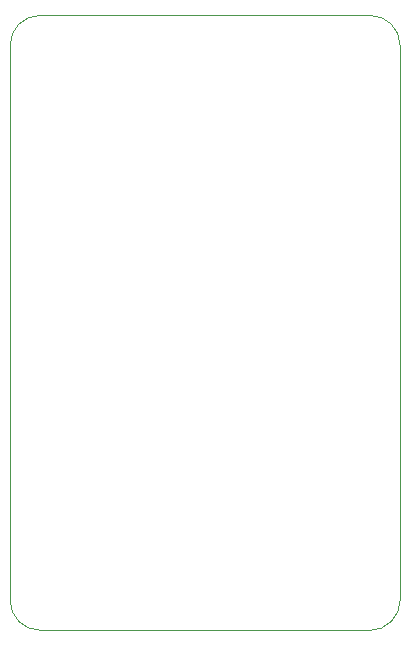
<source format=gbr>
G04 #@! TF.GenerationSoftware,KiCad,Pcbnew,(5.1.4)-1*
G04 #@! TF.CreationDate,2021-07-09T03:02:35+09:00*
G04 #@! TF.ProjectId,RemoteEmergencyKill,52656d6f-7465-4456-9d65-7267656e6379,rev?*
G04 #@! TF.SameCoordinates,Original*
G04 #@! TF.FileFunction,Profile,NP*
%FSLAX46Y46*%
G04 Gerber Fmt 4.6, Leading zero omitted, Abs format (unit mm)*
G04 Created by KiCad (PCBNEW (5.1.4)-1) date 2021-07-09 03:02:35*
%MOMM*%
%LPD*%
G04 APERTURE LIST*
%ADD10C,0.050000*%
G04 APERTURE END LIST*
D10*
X114300000Y-71120000D02*
G75*
G02X116840000Y-68580000I2540000J0D01*
G01*
X144780000Y-68580000D02*
G75*
G02X147320000Y-71120000I0J-2540000D01*
G01*
X147320000Y-118110000D02*
G75*
G02X144780000Y-120650000I-2540000J0D01*
G01*
X116840000Y-120650000D02*
G75*
G02X114300000Y-118110000I0J2540000D01*
G01*
X144780000Y-120650000D02*
X116840000Y-120650000D01*
X147320000Y-71120000D02*
X147320000Y-118110000D01*
X116840000Y-68580000D02*
X144780000Y-68580000D01*
X114300000Y-118110000D02*
X114300000Y-71120000D01*
M02*

</source>
